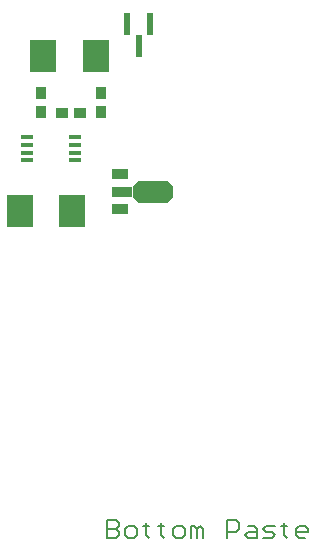
<source format=gbp>
%FSLAX25Y25*%
%MOIN*%
G70*
G01*
G75*
G04 Layer_Color=128*
%ADD10R,0.03150X0.02362*%
%ADD11R,0.04331X0.02559*%
%ADD12O,0.06693X0.01378*%
%ADD13R,0.02362X0.03150*%
%ADD14C,0.01500*%
%ADD15C,0.01000*%
%ADD16C,0.03000*%
%ADD17C,0.02500*%
%ADD18C,0.01300*%
%ADD19C,0.02000*%
%ADD20C,0.00800*%
%ADD21C,0.06496*%
%ADD22R,0.06496X0.06496*%
%ADD23R,0.06496X0.06496*%
%ADD24C,0.02000*%
G04:AMPARAMS|DCode=25|XSize=39.37mil|YSize=15.75mil|CornerRadius=3.94mil|HoleSize=0mil|Usage=FLASHONLY|Rotation=0.000|XOffset=0mil|YOffset=0mil|HoleType=Round|Shape=RoundedRectangle|*
%AMROUNDEDRECTD25*
21,1,0.03937,0.00787,0,0,0.0*
21,1,0.03150,0.01575,0,0,0.0*
1,1,0.00787,0.01575,-0.00394*
1,1,0.00787,-0.01575,-0.00394*
1,1,0.00787,-0.01575,0.00394*
1,1,0.00787,0.01575,0.00394*
%
%ADD25ROUNDEDRECTD25*%
G04:AMPARAMS|DCode=26|XSize=74.8mil|YSize=133.86mil|CornerRadius=0mil|HoleSize=0mil|Usage=FLASHONLY|Rotation=270.000|XOffset=0mil|YOffset=0mil|HoleType=Round|Shape=Octagon|*
%AMOCTAGOND26*
4,1,8,0.06693,0.01870,0.06693,-0.01870,0.04823,-0.03740,-0.04823,-0.03740,-0.06693,-0.01870,-0.06693,0.01870,-0.04823,0.03740,0.04823,0.03740,0.06693,0.01870,0.0*
%
%ADD26OCTAGOND26*%

%ADD27R,0.05512X0.03543*%
%ADD28R,0.07087X0.03543*%
%ADD29R,0.03740X0.03937*%
%ADD30R,0.08500X0.10799*%
%ADD31R,0.03937X0.03740*%
%ADD32R,0.02362X0.07480*%
%ADD33C,0.03500*%
%ADD34C,0.00984*%
%ADD35C,0.02362*%
%ADD36C,0.00700*%
%ADD37C,0.00787*%
%ADD38C,0.00600*%
%ADD39C,0.00500*%
%ADD40R,0.03750X0.02962*%
%ADD41R,0.04931X0.03159*%
%ADD42O,0.07293X0.01978*%
%ADD43R,0.02962X0.03750*%
%ADD44C,0.02600*%
G04:AMPARAMS|DCode=45|XSize=45.37mil|YSize=21.75mil|CornerRadius=6.94mil|HoleSize=0mil|Usage=FLASHONLY|Rotation=0.000|XOffset=0mil|YOffset=0mil|HoleType=Round|Shape=RoundedRectangle|*
%AMROUNDEDRECTD45*
21,1,0.04537,0.00787,0,0,0.0*
21,1,0.03150,0.02175,0,0,0.0*
1,1,0.01387,0.01575,-0.00394*
1,1,0.01387,-0.01575,-0.00394*
1,1,0.01387,-0.01575,0.00394*
1,1,0.01387,0.01575,0.00394*
%
%ADD45ROUNDEDRECTD45*%
G04:AMPARAMS|DCode=46|XSize=80.8mil|YSize=139.86mil|CornerRadius=0mil|HoleSize=0mil|Usage=FLASHONLY|Rotation=270.000|XOffset=0mil|YOffset=0mil|HoleType=Round|Shape=Octagon|*
%AMOCTAGOND46*
4,1,8,0.06993,0.02020,0.06993,-0.02020,0.04973,-0.04040,-0.04973,-0.04040,-0.06993,-0.02020,-0.06993,0.02020,-0.04973,0.04040,0.04973,0.04040,0.06993,0.02020,0.0*
%
%ADD46OCTAGOND46*%

%ADD47R,0.06112X0.04143*%
%ADD48R,0.07687X0.04143*%
%ADD49R,0.04340X0.04537*%
%ADD50R,0.09100X0.11399*%
%ADD51R,0.04537X0.04340*%
%ADD52R,0.02962X0.08080*%
D20*
X57700Y-79851D02*
Y-85849D01*
X60699D01*
X61699Y-84850D01*
Y-83850D01*
X60699Y-82850D01*
X57700D01*
X60699D01*
X61699Y-81851D01*
Y-80851D01*
X60699Y-79851D01*
X57700D01*
X64698Y-85849D02*
X66697D01*
X67697Y-84850D01*
Y-82850D01*
X66697Y-81851D01*
X64698D01*
X63698Y-82850D01*
Y-84850D01*
X64698Y-85849D01*
X70696Y-80851D02*
Y-81851D01*
X69696D01*
X71696D01*
X70696D01*
Y-84850D01*
X71696Y-85849D01*
X75694Y-80851D02*
Y-81851D01*
X74695D01*
X76694D01*
X75694D01*
Y-84850D01*
X76694Y-85849D01*
X80693D02*
X82692D01*
X83692Y-84850D01*
Y-82850D01*
X82692Y-81851D01*
X80693D01*
X79693Y-82850D01*
Y-84850D01*
X80693Y-85849D01*
X85691D02*
Y-81851D01*
X86691D01*
X87690Y-82850D01*
Y-85849D01*
Y-82850D01*
X88690Y-81851D01*
X89690Y-82850D01*
Y-85849D01*
X97687D02*
Y-79851D01*
X100686D01*
X101686Y-80851D01*
Y-82850D01*
X100686Y-83850D01*
X97687D01*
X104685Y-81851D02*
X106684D01*
X107684Y-82850D01*
Y-85849D01*
X104685D01*
X103685Y-84850D01*
X104685Y-83850D01*
X107684D01*
X109683Y-85849D02*
X112682D01*
X113682Y-84850D01*
X112682Y-83850D01*
X110683D01*
X109683Y-82850D01*
X110683Y-81851D01*
X113682D01*
X116681Y-80851D02*
Y-81851D01*
X115681D01*
X117681D01*
X116681D01*
Y-84850D01*
X117681Y-85849D01*
X123679D02*
X121679D01*
X120680Y-84850D01*
Y-82850D01*
X121679Y-81851D01*
X123679D01*
X124678Y-82850D01*
Y-83850D01*
X120680D01*
D25*
X31129Y39961D02*
D03*
Y42520D02*
D03*
Y45079D02*
D03*
Y47639D02*
D03*
X47271Y39961D02*
D03*
Y42520D02*
D03*
Y45079D02*
D03*
Y47639D02*
D03*
D26*
X73143Y29500D02*
D03*
D27*
X62120Y35405D02*
D03*
Y23595D02*
D03*
D28*
X62907Y29500D02*
D03*
D29*
X35800Y55950D02*
D03*
Y62250D02*
D03*
X55800Y55950D02*
D03*
Y62250D02*
D03*
D30*
X54001Y74600D02*
D03*
X36599D02*
D03*
X46301Y23000D02*
D03*
X28899D02*
D03*
D31*
X48950Y55700D02*
D03*
X42650D02*
D03*
D32*
X72080Y85400D02*
D03*
X64600D02*
D03*
X68340Y77920D02*
D03*
M02*

</source>
